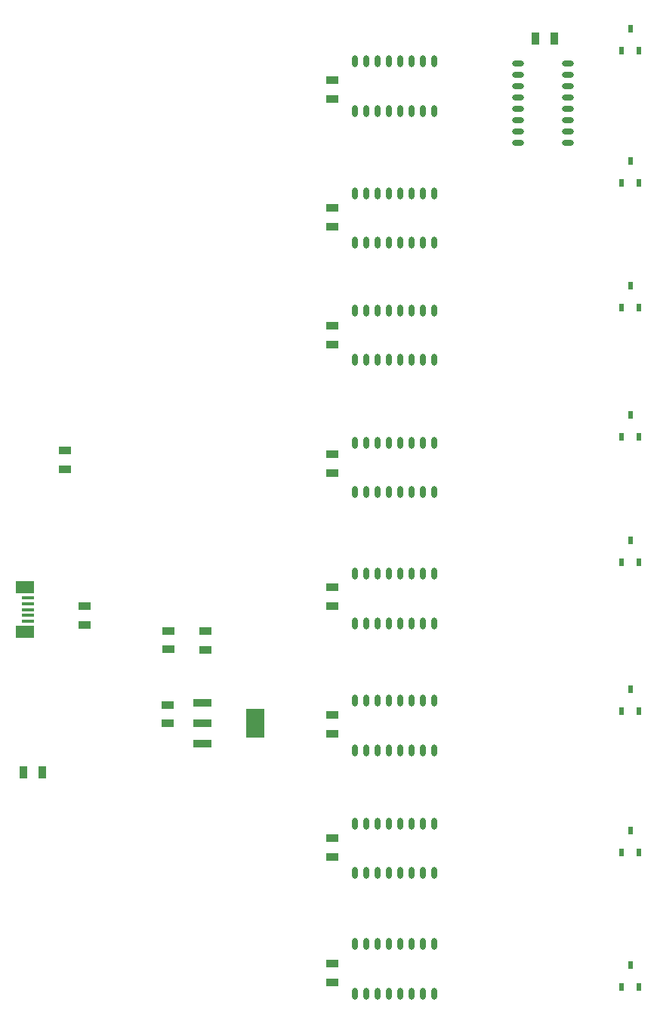
<source format=gtp>
G04*
G04 #@! TF.GenerationSoftware,Altium Limited,Altium Designer,20.1.7 (139)*
G04*
G04 Layer_Color=8421504*
%FSLAX44Y44*%
%MOMM*%
G71*
G04*
G04 #@! TF.SameCoordinates,EFB5D3D7-55B5-4037-8E01-90247DCDA2F6*
G04*
G04*
G04 #@! TF.FilePolarity,Positive*
G04*
G01*
G75*
%ADD14R,0.6000X0.9500*%
%ADD15O,1.3500X0.6000*%
%ADD16R,1.4000X0.9000*%
%ADD17O,0.6000X1.3500*%
%ADD18R,1.3800X0.4500*%
%ADD19R,2.1000X1.4750*%
%ADD20R,0.9000X1.4000*%
%ADD21R,2.1500X0.9000*%
%ADD22R,2.1500X3.2000*%
%ADD23R,1.4000X0.8500*%
D14*
X-75500Y24750D02*
D03*
X-56500D02*
D03*
X-66000Y49250D02*
D03*
X-75500Y925750D02*
D03*
X-56500D02*
D03*
X-66000Y950250D02*
D03*
X-75500Y175750D02*
D03*
X-56500D02*
D03*
X-66000Y200250D02*
D03*
X-75500Y333750D02*
D03*
X-56500D02*
D03*
X-66000Y358250D02*
D03*
X-75500Y500750D02*
D03*
X-56500D02*
D03*
X-66000Y525250D02*
D03*
X-75500Y640750D02*
D03*
X-56500D02*
D03*
X-66000Y665250D02*
D03*
X-75500Y785750D02*
D03*
X-56500D02*
D03*
X-66000Y810250D02*
D03*
X-75500Y1073750D02*
D03*
X-56500D02*
D03*
X-66000Y1098250D02*
D03*
D15*
X-136250Y970550D02*
D03*
Y983250D02*
D03*
Y995950D02*
D03*
Y1008650D02*
D03*
Y1021350D02*
D03*
Y1034050D02*
D03*
Y1046750D02*
D03*
Y1059450D02*
D03*
X-191750Y970550D02*
D03*
Y983250D02*
D03*
Y995950D02*
D03*
Y1008650D02*
D03*
Y1021350D02*
D03*
Y1034050D02*
D03*
Y1046750D02*
D03*
Y1059450D02*
D03*
D16*
X-400000Y744500D02*
D03*
Y765500D02*
D03*
Y600500D02*
D03*
Y621500D02*
D03*
Y308500D02*
D03*
Y329500D02*
D03*
Y170500D02*
D03*
Y191500D02*
D03*
Y1019500D02*
D03*
Y1040500D02*
D03*
Y29500D02*
D03*
Y50500D02*
D03*
Y876500D02*
D03*
Y897500D02*
D03*
Y451500D02*
D03*
Y472500D02*
D03*
X-700000Y625500D02*
D03*
Y604500D02*
D03*
X-542000Y402500D02*
D03*
Y423500D02*
D03*
X-678000Y451500D02*
D03*
Y430500D02*
D03*
D17*
X-285550Y782750D02*
D03*
X-298250D02*
D03*
X-310950D02*
D03*
X-323650D02*
D03*
X-336350D02*
D03*
X-349050D02*
D03*
X-361750D02*
D03*
X-374450D02*
D03*
X-285550Y727250D02*
D03*
X-298250D02*
D03*
X-310950D02*
D03*
X-323650D02*
D03*
X-336350D02*
D03*
X-349050D02*
D03*
X-361750D02*
D03*
X-374450D02*
D03*
X-285550Y1061750D02*
D03*
X-298250D02*
D03*
X-310950D02*
D03*
X-323650D02*
D03*
X-336350D02*
D03*
X-349050D02*
D03*
X-361750D02*
D03*
X-374450D02*
D03*
X-285550Y1006250D02*
D03*
X-298250D02*
D03*
X-310950D02*
D03*
X-323650D02*
D03*
X-336350D02*
D03*
X-349050D02*
D03*
X-361750D02*
D03*
X-374450D02*
D03*
X-285550Y72750D02*
D03*
X-298250D02*
D03*
X-310950D02*
D03*
X-323650D02*
D03*
X-336350D02*
D03*
X-349050D02*
D03*
X-361750D02*
D03*
X-374450D02*
D03*
X-285550Y17250D02*
D03*
X-298250D02*
D03*
X-310950D02*
D03*
X-323650D02*
D03*
X-336350D02*
D03*
X-349050D02*
D03*
X-361750D02*
D03*
X-374450D02*
D03*
X-285550Y913750D02*
D03*
X-298250D02*
D03*
X-310950D02*
D03*
X-323650D02*
D03*
X-336350D02*
D03*
X-349050D02*
D03*
X-361750D02*
D03*
X-374450D02*
D03*
X-285550Y858250D02*
D03*
X-298250D02*
D03*
X-310950D02*
D03*
X-323650D02*
D03*
X-336350D02*
D03*
X-349050D02*
D03*
X-361750D02*
D03*
X-374450D02*
D03*
X-285550Y487750D02*
D03*
X-298250D02*
D03*
X-310950D02*
D03*
X-323650D02*
D03*
X-336350D02*
D03*
X-349050D02*
D03*
X-361750D02*
D03*
X-374450D02*
D03*
X-285550Y432250D02*
D03*
X-298250D02*
D03*
X-310950D02*
D03*
X-323650D02*
D03*
X-336350D02*
D03*
X-349050D02*
D03*
X-361750D02*
D03*
X-374450D02*
D03*
X-285550Y207750D02*
D03*
X-298250D02*
D03*
X-310950D02*
D03*
X-323650D02*
D03*
X-336350D02*
D03*
X-349050D02*
D03*
X-361750D02*
D03*
X-374450D02*
D03*
X-285550Y152250D02*
D03*
X-298250D02*
D03*
X-310950D02*
D03*
X-323650D02*
D03*
X-336350D02*
D03*
X-349050D02*
D03*
X-361750D02*
D03*
X-374450D02*
D03*
X-285550Y345500D02*
D03*
X-298250D02*
D03*
X-310950D02*
D03*
X-323650D02*
D03*
X-336350D02*
D03*
X-349050D02*
D03*
X-361750D02*
D03*
X-374450D02*
D03*
X-285550Y290000D02*
D03*
X-298250D02*
D03*
X-310950D02*
D03*
X-323650D02*
D03*
X-336350D02*
D03*
X-349050D02*
D03*
X-361750D02*
D03*
X-374450D02*
D03*
X-285550Y634500D02*
D03*
X-298250D02*
D03*
X-310950D02*
D03*
X-323650D02*
D03*
X-336350D02*
D03*
X-349050D02*
D03*
X-361750D02*
D03*
X-374450D02*
D03*
X-285550Y579000D02*
D03*
X-298250D02*
D03*
X-310950D02*
D03*
X-323650D02*
D03*
X-336350D02*
D03*
X-349050D02*
D03*
X-361750D02*
D03*
X-374450D02*
D03*
D18*
X-741000Y447500D02*
D03*
Y454000D02*
D03*
Y441000D02*
D03*
Y434500D02*
D03*
Y460500D02*
D03*
D19*
X-744500Y472250D02*
D03*
Y422750D02*
D03*
D20*
X-172000Y1087000D02*
D03*
X-151000D02*
D03*
X-746500Y265000D02*
D03*
X-725500D02*
D03*
D21*
X-545250Y343000D02*
D03*
Y320000D02*
D03*
Y297000D02*
D03*
D22*
X-486750Y320000D02*
D03*
D23*
X-584000Y423250D02*
D03*
Y402750D02*
D03*
X-585000Y319750D02*
D03*
Y340250D02*
D03*
M02*

</source>
